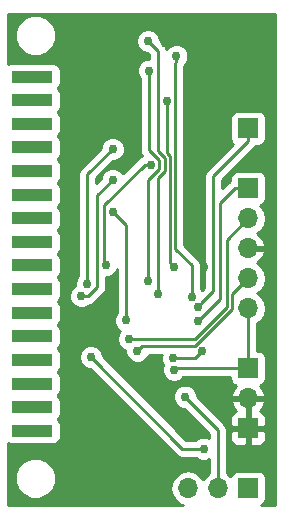
<source format=gbl>
G04 #@! TF.FileFunction,Copper,L2,Bot,Signal*
%FSLAX46Y46*%
G04 Gerber Fmt 4.6, Leading zero omitted, Abs format (unit mm)*
G04 Created by KiCad (PCBNEW 4.0.7-e2-6376~58~ubuntu16.04.1) date Thu Nov  9 21:21:10 2017*
%MOMM*%
%LPD*%
G01*
G04 APERTURE LIST*
%ADD10C,0.100000*%
%ADD11R,1.700000X1.700000*%
%ADD12O,1.700000X1.700000*%
%ADD13R,3.500000X1.000000*%
%ADD14C,0.762000*%
%ADD15C,0.254000*%
G04 APERTURE END LIST*
D10*
D11*
X237010000Y-124200000D03*
D12*
X237010000Y-126740000D03*
D11*
X237010000Y-103880000D03*
X237010000Y-108960000D03*
D12*
X237010000Y-111500000D03*
X237010000Y-114040000D03*
X237010000Y-116580000D03*
X237010000Y-119120000D03*
D11*
X237010000Y-134360000D03*
D12*
X234470000Y-134360000D03*
X231930000Y-134360000D03*
D11*
X237010000Y-129280000D03*
D13*
X218750000Y-99500000D03*
X218750000Y-101500000D03*
X218750000Y-103500000D03*
X218750000Y-105500000D03*
X218750000Y-107500000D03*
X218750000Y-109500000D03*
X218750000Y-111500000D03*
X218750000Y-113500000D03*
X218750000Y-115500000D03*
X218750000Y-117500000D03*
X218750000Y-119500000D03*
X218750000Y-121500000D03*
X218750000Y-123500000D03*
X218750000Y-125500000D03*
X218750000Y-127500000D03*
X218750000Y-129500000D03*
D14*
X230750562Y-124310683D03*
X232600000Y-113450000D03*
X233250000Y-115600000D03*
X230000000Y-96700000D03*
X237400000Y-97900000D03*
X232750000Y-119000004D03*
X232750000Y-120200004D03*
X226950000Y-121716990D03*
X227650000Y-122700000D03*
X225550000Y-110950000D03*
X226700000Y-120150000D03*
X222900000Y-118100000D03*
X225550000Y-108250000D03*
X223417856Y-117067559D03*
X225549998Y-105650000D03*
X224950000Y-115500000D03*
X228800000Y-106950000D03*
X233250000Y-131000000D03*
X223700000Y-123250002D03*
X231650000Y-126600000D03*
X230141990Y-101550000D03*
X230750000Y-115650000D03*
X228550000Y-116850000D03*
X228600000Y-99000000D03*
X229350000Y-117900000D03*
X228550000Y-96500000D03*
X232250000Y-118150000D03*
X230950000Y-97750000D03*
X233150000Y-122750000D03*
X230700000Y-123350000D03*
D15*
X237010000Y-124200000D02*
X230861245Y-124200000D01*
X230861245Y-124200000D02*
X230750562Y-124310683D01*
X237010000Y-124200000D02*
X237010000Y-119120000D01*
X233250000Y-115600000D02*
X233250000Y-114100000D01*
X233250000Y-114100000D02*
X232600000Y-113450000D01*
X237400000Y-97900000D02*
X235121068Y-95621068D01*
X235121068Y-95621068D02*
X231078932Y-95621068D01*
X231078932Y-95621068D02*
X230000000Y-96700000D01*
X233130999Y-118619005D02*
X232750000Y-119000004D01*
X234050000Y-117700004D02*
X233130999Y-118619005D01*
X234050000Y-107944000D02*
X234050000Y-117700004D01*
X237010000Y-104984000D02*
X234050000Y-107944000D01*
X237010000Y-103880000D02*
X237010000Y-104984000D01*
X233130999Y-119819005D02*
X232750000Y-120200004D01*
X234650000Y-118300004D02*
X233130999Y-119819005D01*
X234650000Y-110216000D02*
X234650000Y-118300004D01*
X235906000Y-108960000D02*
X234650000Y-110216000D01*
X237010000Y-108960000D02*
X235906000Y-108960000D01*
X227488815Y-121716990D02*
X226950000Y-121716990D01*
X232493098Y-121716990D02*
X227488815Y-121716990D01*
X237010000Y-111500000D02*
X235204010Y-113305990D01*
X235204010Y-119006078D02*
X232493098Y-121716990D01*
X235204010Y-113305990D02*
X235204010Y-119006078D01*
X236160001Y-117429999D02*
X237010000Y-116580000D01*
X235658021Y-119194135D02*
X235658021Y-117931979D01*
X235658021Y-117931979D02*
X236160001Y-117429999D01*
X232533155Y-122319001D02*
X235658021Y-119194135D01*
X228030999Y-122319001D02*
X232533155Y-122319001D01*
X227650000Y-122700000D02*
X228030999Y-122319001D01*
X226700000Y-112100000D02*
X225930999Y-111330999D01*
X226700000Y-120150000D02*
X226700000Y-112100000D01*
X225930999Y-111330999D02*
X225550000Y-110950000D01*
X223438815Y-118100000D02*
X222900000Y-118100000D01*
X224241998Y-117296817D02*
X223438815Y-118100000D01*
X224241998Y-109558002D02*
X224241998Y-117296817D01*
X225550000Y-108250000D02*
X224241998Y-109558002D01*
X225549998Y-105650000D02*
X223417856Y-107782142D01*
X223417856Y-116528744D02*
X223417856Y-117067559D01*
X223417856Y-107782142D02*
X223417856Y-116528744D01*
X228800000Y-106950000D02*
X228261185Y-106950000D01*
X228261185Y-106950000D02*
X224841999Y-110369186D01*
X224841999Y-110369186D02*
X224841999Y-115391999D01*
X224841999Y-115391999D02*
X224900000Y-115450000D01*
X224900000Y-115450000D02*
X224950000Y-115500000D01*
X231449998Y-131000000D02*
X232711185Y-131000000D01*
X223700000Y-123250002D02*
X231449998Y-131000000D01*
X232711185Y-131000000D02*
X233250000Y-131000000D01*
X234470000Y-133157919D02*
X234470000Y-134360000D01*
X234470000Y-129420000D02*
X234470000Y-133157919D01*
X231650000Y-126600000D02*
X234470000Y-129420000D01*
X230141990Y-102088815D02*
X230141990Y-101550000D01*
X230141990Y-105960012D02*
X230141990Y-102088815D01*
X230416022Y-106234044D02*
X230141990Y-105960012D01*
X230369001Y-115269001D02*
X230369001Y-107712975D01*
X230369001Y-107712975D02*
X230416021Y-107665955D01*
X230416021Y-107665955D02*
X230416022Y-106234044D01*
X230750000Y-115650000D02*
X230369001Y-115269001D01*
X228550000Y-108247842D02*
X228550000Y-116311185D01*
X229508001Y-106610159D02*
X229508001Y-107289841D01*
X228600000Y-105702158D02*
X229508001Y-106610159D01*
X228550000Y-116311185D02*
X228550000Y-116850000D01*
X229508001Y-107289841D02*
X228550000Y-108247842D01*
X228600000Y-99000000D02*
X228600000Y-105702158D01*
X229962012Y-106422102D02*
X229962011Y-107477899D01*
X229350000Y-117361185D02*
X229350000Y-117900000D01*
X229350000Y-105810090D02*
X229962012Y-106422102D01*
X229350000Y-97300000D02*
X229350000Y-105810090D01*
X228550000Y-96500000D02*
X229350000Y-97300000D01*
X229350000Y-108089910D02*
X229350000Y-117361185D01*
X229962011Y-107477899D02*
X229350000Y-108089910D01*
X230870032Y-106045986D02*
X230870031Y-107854011D01*
X232250000Y-115500000D02*
X232250000Y-117611185D01*
X232250000Y-117611185D02*
X232250000Y-118150000D01*
X230850000Y-106025954D02*
X230870032Y-106045986D01*
X230950000Y-97750000D02*
X230950000Y-98288815D01*
X230850000Y-107874042D02*
X230850000Y-114100000D01*
X230950000Y-98288815D02*
X230850000Y-98388815D01*
X230850000Y-114100000D02*
X232250000Y-115500000D01*
X230850000Y-98388815D02*
X230850000Y-106025954D01*
X230870031Y-107854011D02*
X230850000Y-107874042D01*
X230700000Y-123350000D02*
X232550000Y-123350000D01*
X232550000Y-123350000D02*
X233150000Y-122750000D01*
G36*
X239290000Y-135790000D02*
X238131312Y-135790000D01*
X238311441Y-135674090D01*
X238456431Y-135461890D01*
X238507440Y-135210000D01*
X238507440Y-133510000D01*
X238463162Y-133274683D01*
X238324090Y-133058559D01*
X238111890Y-132913569D01*
X237860000Y-132862560D01*
X236160000Y-132862560D01*
X235924683Y-132906838D01*
X235708559Y-133045910D01*
X235563569Y-133258110D01*
X235549914Y-133325541D01*
X235520054Y-133280853D01*
X235232000Y-133088382D01*
X235232000Y-129565750D01*
X235525000Y-129565750D01*
X235525000Y-130256310D01*
X235621673Y-130489699D01*
X235800302Y-130668327D01*
X236033691Y-130765000D01*
X236724250Y-130765000D01*
X236883000Y-130606250D01*
X236883000Y-129407000D01*
X237137000Y-129407000D01*
X237137000Y-130606250D01*
X237295750Y-130765000D01*
X237986309Y-130765000D01*
X238219698Y-130668327D01*
X238398327Y-130489699D01*
X238495000Y-130256310D01*
X238495000Y-129565750D01*
X238336250Y-129407000D01*
X237137000Y-129407000D01*
X236883000Y-129407000D01*
X235683750Y-129407000D01*
X235525000Y-129565750D01*
X235232000Y-129565750D01*
X235232000Y-129420000D01*
X235173996Y-129128395D01*
X235084363Y-128994250D01*
X235008815Y-128881184D01*
X234431321Y-128303690D01*
X235525000Y-128303690D01*
X235525000Y-128994250D01*
X235683750Y-129153000D01*
X236883000Y-129153000D01*
X236883000Y-126867000D01*
X237137000Y-126867000D01*
X237137000Y-129153000D01*
X238336250Y-129153000D01*
X238495000Y-128994250D01*
X238495000Y-128303690D01*
X238398327Y-128070301D01*
X238219698Y-127891673D01*
X238005792Y-127803070D01*
X238205183Y-127621358D01*
X238451486Y-127096892D01*
X238330819Y-126867000D01*
X237137000Y-126867000D01*
X236883000Y-126867000D01*
X235689181Y-126867000D01*
X235568514Y-127096892D01*
X235814817Y-127621358D01*
X236014208Y-127803070D01*
X235800302Y-127891673D01*
X235621673Y-128070301D01*
X235525000Y-128303690D01*
X234431321Y-128303690D01*
X232666054Y-126538424D01*
X232666176Y-126398792D01*
X232511825Y-126025234D01*
X232226269Y-125739179D01*
X231852982Y-125584176D01*
X231448792Y-125583824D01*
X231075234Y-125738175D01*
X230789179Y-126023731D01*
X230634176Y-126397018D01*
X230633824Y-126801208D01*
X230788175Y-127174766D01*
X231073731Y-127460821D01*
X231447018Y-127615824D01*
X231588317Y-127615947D01*
X233708000Y-129735631D01*
X233708000Y-130090069D01*
X233452982Y-129984176D01*
X233048792Y-129983824D01*
X232675234Y-130138175D01*
X232575235Y-130238000D01*
X231765629Y-130238000D01*
X224716054Y-123188426D01*
X224716176Y-123048794D01*
X224561825Y-122675236D01*
X224276269Y-122389181D01*
X223902982Y-122234178D01*
X223498792Y-122233826D01*
X223125234Y-122388177D01*
X222839179Y-122673733D01*
X222684176Y-123047020D01*
X222683824Y-123451210D01*
X222838175Y-123824768D01*
X223123731Y-124110823D01*
X223497018Y-124265826D01*
X223638317Y-124265949D01*
X230911182Y-131538815D01*
X231158393Y-131703996D01*
X231449998Y-131762000D01*
X232575082Y-131762000D01*
X232673731Y-131860821D01*
X233047018Y-132015824D01*
X233451208Y-132016176D01*
X233708000Y-131910072D01*
X233708000Y-133088382D01*
X233419946Y-133280853D01*
X233200000Y-133610026D01*
X232980054Y-133280853D01*
X232498285Y-132958946D01*
X231930000Y-132845907D01*
X231361715Y-132958946D01*
X230879946Y-133280853D01*
X230558039Y-133762622D01*
X230445000Y-134330907D01*
X230445000Y-134389093D01*
X230558039Y-134957378D01*
X230879946Y-135439147D01*
X231361715Y-135761054D01*
X231507236Y-135790000D01*
X216710000Y-135790000D01*
X216710000Y-133843599D01*
X217264699Y-133843599D01*
X217528281Y-134481515D01*
X218015918Y-134970004D01*
X218653373Y-135234699D01*
X219343599Y-135235301D01*
X219981515Y-134971719D01*
X220470004Y-134484082D01*
X220734699Y-133846627D01*
X220735301Y-133156401D01*
X220471719Y-132518485D01*
X219984082Y-132029996D01*
X219346627Y-131765301D01*
X218656401Y-131764699D01*
X218018485Y-132028281D01*
X217529996Y-132515918D01*
X217265301Y-133153373D01*
X217264699Y-133843599D01*
X216710000Y-133843599D01*
X216710000Y-130570392D01*
X216748110Y-130596431D01*
X217000000Y-130647440D01*
X220500000Y-130647440D01*
X220735317Y-130603162D01*
X220951441Y-130464090D01*
X221096431Y-130251890D01*
X221147440Y-130000000D01*
X221147440Y-129000000D01*
X221103162Y-128764683D01*
X220964090Y-128548559D01*
X220894289Y-128500866D01*
X220951441Y-128464090D01*
X221096431Y-128251890D01*
X221147440Y-128000000D01*
X221147440Y-127000000D01*
X221103162Y-126764683D01*
X220964090Y-126548559D01*
X220894289Y-126500866D01*
X220951441Y-126464090D01*
X221096431Y-126251890D01*
X221147440Y-126000000D01*
X221147440Y-125000000D01*
X221103162Y-124764683D01*
X220964090Y-124548559D01*
X220894289Y-124500866D01*
X220951441Y-124464090D01*
X221096431Y-124251890D01*
X221147440Y-124000000D01*
X221147440Y-123000000D01*
X221103162Y-122764683D01*
X220964090Y-122548559D01*
X220894289Y-122500866D01*
X220951441Y-122464090D01*
X221096431Y-122251890D01*
X221147440Y-122000000D01*
X221147440Y-121000000D01*
X221103162Y-120764683D01*
X220964090Y-120548559D01*
X220894289Y-120500866D01*
X220951441Y-120464090D01*
X221096431Y-120251890D01*
X221147440Y-120000000D01*
X221147440Y-119000000D01*
X221103162Y-118764683D01*
X220964090Y-118548559D01*
X220894289Y-118500866D01*
X220951441Y-118464090D01*
X221062733Y-118301208D01*
X221883824Y-118301208D01*
X222038175Y-118674766D01*
X222323731Y-118960821D01*
X222697018Y-119115824D01*
X223101208Y-119116176D01*
X223474766Y-118961825D01*
X223608596Y-118828228D01*
X223730420Y-118803996D01*
X223977630Y-118638815D01*
X224780813Y-117835633D01*
X224945994Y-117588422D01*
X224978547Y-117424766D01*
X225003998Y-117296817D01*
X225003998Y-116516048D01*
X225151208Y-116516176D01*
X225524766Y-116361825D01*
X225810821Y-116076269D01*
X225938000Y-115769989D01*
X225938000Y-119475082D01*
X225839179Y-119573731D01*
X225684176Y-119947018D01*
X225683824Y-120351208D01*
X225838175Y-120724766D01*
X226123731Y-121010821D01*
X226191229Y-121038849D01*
X226089179Y-121140721D01*
X225934176Y-121514008D01*
X225933824Y-121918198D01*
X226088175Y-122291756D01*
X226373731Y-122577811D01*
X226634012Y-122685889D01*
X226633824Y-122901208D01*
X226788175Y-123274766D01*
X227073731Y-123560821D01*
X227447018Y-123715824D01*
X227851208Y-123716176D01*
X228224766Y-123561825D01*
X228510821Y-123276269D01*
X228591904Y-123081001D01*
X229711589Y-123081001D01*
X229684176Y-123147018D01*
X229683824Y-123551208D01*
X229824471Y-123891600D01*
X229734738Y-124107701D01*
X229734386Y-124511891D01*
X229888737Y-124885449D01*
X230174293Y-125171504D01*
X230547580Y-125326507D01*
X230951770Y-125326859D01*
X231325328Y-125172508D01*
X231536204Y-124962000D01*
X235512560Y-124962000D01*
X235512560Y-125050000D01*
X235556838Y-125285317D01*
X235695910Y-125501441D01*
X235908110Y-125646431D01*
X236022301Y-125669555D01*
X235814817Y-125858642D01*
X235568514Y-126383108D01*
X235689181Y-126613000D01*
X236883000Y-126613000D01*
X236883000Y-126593000D01*
X237137000Y-126593000D01*
X237137000Y-126613000D01*
X238330819Y-126613000D01*
X238451486Y-126383108D01*
X238205183Y-125858642D01*
X237999496Y-125671192D01*
X238095317Y-125653162D01*
X238311441Y-125514090D01*
X238456431Y-125301890D01*
X238507440Y-125050000D01*
X238507440Y-123350000D01*
X238463162Y-123114683D01*
X238324090Y-122898559D01*
X238111890Y-122753569D01*
X237860000Y-122702560D01*
X237772000Y-122702560D01*
X237772000Y-120381964D01*
X238089147Y-120170054D01*
X238411054Y-119688285D01*
X238524093Y-119120000D01*
X238411054Y-118551715D01*
X238089147Y-118069946D01*
X237759974Y-117850000D01*
X238089147Y-117630054D01*
X238411054Y-117148285D01*
X238524093Y-116580000D01*
X238411054Y-116011715D01*
X238089147Y-115529946D01*
X237748447Y-115302298D01*
X237891358Y-115235183D01*
X238281645Y-114806924D01*
X238451476Y-114396890D01*
X238330155Y-114167000D01*
X237137000Y-114167000D01*
X237137000Y-114187000D01*
X236883000Y-114187000D01*
X236883000Y-114167000D01*
X236863000Y-114167000D01*
X236863000Y-113913000D01*
X236883000Y-113913000D01*
X236883000Y-113893000D01*
X237137000Y-113893000D01*
X237137000Y-113913000D01*
X238330155Y-113913000D01*
X238451476Y-113683110D01*
X238281645Y-113273076D01*
X237891358Y-112844817D01*
X237748447Y-112777702D01*
X238089147Y-112550054D01*
X238411054Y-112068285D01*
X238524093Y-111500000D01*
X238411054Y-110931715D01*
X238089147Y-110449946D01*
X238047548Y-110422150D01*
X238095317Y-110413162D01*
X238311441Y-110274090D01*
X238456431Y-110061890D01*
X238507440Y-109810000D01*
X238507440Y-108110000D01*
X238463162Y-107874683D01*
X238324090Y-107658559D01*
X238111890Y-107513569D01*
X237860000Y-107462560D01*
X236160000Y-107462560D01*
X235924683Y-107506838D01*
X235708559Y-107645910D01*
X235563569Y-107858110D01*
X235512560Y-108110000D01*
X235512560Y-108324048D01*
X235367184Y-108421185D01*
X234812000Y-108976369D01*
X234812000Y-108259630D01*
X237548815Y-105522815D01*
X237645952Y-105377440D01*
X237860000Y-105377440D01*
X238095317Y-105333162D01*
X238311441Y-105194090D01*
X238456431Y-104981890D01*
X238507440Y-104730000D01*
X238507440Y-103030000D01*
X238463162Y-102794683D01*
X238324090Y-102578559D01*
X238111890Y-102433569D01*
X237860000Y-102382560D01*
X236160000Y-102382560D01*
X235924683Y-102426838D01*
X235708559Y-102565910D01*
X235563569Y-102778110D01*
X235512560Y-103030000D01*
X235512560Y-104730000D01*
X235556838Y-104965317D01*
X235695910Y-105181441D01*
X235719090Y-105197280D01*
X233511185Y-107405185D01*
X233346004Y-107652395D01*
X233288000Y-107944000D01*
X233288000Y-117384373D01*
X233104489Y-117567885D01*
X233012000Y-117475235D01*
X233012000Y-115500000D01*
X232953996Y-115208395D01*
X232788815Y-114961185D01*
X231612000Y-113784370D01*
X231612000Y-107954713D01*
X231632031Y-107854011D01*
X231632032Y-106045986D01*
X231614931Y-105960012D01*
X231612000Y-105945277D01*
X231612000Y-98643271D01*
X231653996Y-98580420D01*
X231678220Y-98458639D01*
X231810821Y-98326269D01*
X231965824Y-97952982D01*
X231966176Y-97548792D01*
X231811825Y-97175234D01*
X231526269Y-96889179D01*
X231152982Y-96734176D01*
X230748792Y-96733824D01*
X230375234Y-96888175D01*
X230089179Y-97173731D01*
X230087627Y-97177469D01*
X230053996Y-97008395D01*
X229888815Y-96761185D01*
X229566054Y-96438424D01*
X229566176Y-96298792D01*
X229411825Y-95925234D01*
X229126269Y-95639179D01*
X228752982Y-95484176D01*
X228348792Y-95483824D01*
X227975234Y-95638175D01*
X227689179Y-95923731D01*
X227534176Y-96297018D01*
X227533824Y-96701208D01*
X227688175Y-97074766D01*
X227973731Y-97360821D01*
X228347018Y-97515824D01*
X228488317Y-97515947D01*
X228588000Y-97615630D01*
X228588000Y-97983989D01*
X228398792Y-97983824D01*
X228025234Y-98138175D01*
X227739179Y-98423731D01*
X227584176Y-98797018D01*
X227583824Y-99201208D01*
X227738175Y-99574766D01*
X227838000Y-99674765D01*
X227838000Y-105702158D01*
X227896004Y-105993763D01*
X228025790Y-106188001D01*
X228053405Y-106229330D01*
X227969580Y-106246004D01*
X227722369Y-106411185D01*
X226425419Y-107708135D01*
X226411825Y-107675234D01*
X226126269Y-107389179D01*
X225752982Y-107234176D01*
X225348792Y-107233824D01*
X224975234Y-107388175D01*
X224689179Y-107673731D01*
X224534176Y-108047018D01*
X224534053Y-108188317D01*
X224179856Y-108542514D01*
X224179856Y-108097772D01*
X225611574Y-106666054D01*
X225751206Y-106666176D01*
X226124764Y-106511825D01*
X226410819Y-106226269D01*
X226565822Y-105852982D01*
X226566174Y-105448792D01*
X226411823Y-105075234D01*
X226126267Y-104789179D01*
X225752980Y-104634176D01*
X225348790Y-104633824D01*
X224975232Y-104788175D01*
X224689177Y-105073731D01*
X224534174Y-105447018D01*
X224534051Y-105588317D01*
X222879041Y-107243327D01*
X222713860Y-107490537D01*
X222655856Y-107782142D01*
X222655856Y-116392641D01*
X222557035Y-116491290D01*
X222402032Y-116864577D01*
X222401734Y-117206566D01*
X222325234Y-117238175D01*
X222039179Y-117523731D01*
X221884176Y-117897018D01*
X221883824Y-118301208D01*
X221062733Y-118301208D01*
X221096431Y-118251890D01*
X221147440Y-118000000D01*
X221147440Y-117000000D01*
X221103162Y-116764683D01*
X220964090Y-116548559D01*
X220894289Y-116500866D01*
X220951441Y-116464090D01*
X221096431Y-116251890D01*
X221147440Y-116000000D01*
X221147440Y-115000000D01*
X221103162Y-114764683D01*
X220964090Y-114548559D01*
X220894289Y-114500866D01*
X220951441Y-114464090D01*
X221096431Y-114251890D01*
X221147440Y-114000000D01*
X221147440Y-113000000D01*
X221103162Y-112764683D01*
X220964090Y-112548559D01*
X220894289Y-112500866D01*
X220951441Y-112464090D01*
X221096431Y-112251890D01*
X221147440Y-112000000D01*
X221147440Y-111000000D01*
X221103162Y-110764683D01*
X220964090Y-110548559D01*
X220894289Y-110500866D01*
X220951441Y-110464090D01*
X221096431Y-110251890D01*
X221147440Y-110000000D01*
X221147440Y-109000000D01*
X221103162Y-108764683D01*
X220964090Y-108548559D01*
X220894289Y-108500866D01*
X220951441Y-108464090D01*
X221096431Y-108251890D01*
X221147440Y-108000000D01*
X221147440Y-107000000D01*
X221103162Y-106764683D01*
X220964090Y-106548559D01*
X220894289Y-106500866D01*
X220951441Y-106464090D01*
X221096431Y-106251890D01*
X221147440Y-106000000D01*
X221147440Y-105000000D01*
X221103162Y-104764683D01*
X220964090Y-104548559D01*
X220894289Y-104500866D01*
X220951441Y-104464090D01*
X221096431Y-104251890D01*
X221147440Y-104000000D01*
X221147440Y-103000000D01*
X221103162Y-102764683D01*
X220964090Y-102548559D01*
X220894289Y-102500866D01*
X220951441Y-102464090D01*
X221096431Y-102251890D01*
X221147440Y-102000000D01*
X221147440Y-101000000D01*
X221103162Y-100764683D01*
X220964090Y-100548559D01*
X220894289Y-100500866D01*
X220951441Y-100464090D01*
X221096431Y-100251890D01*
X221147440Y-100000000D01*
X221147440Y-99000000D01*
X221103162Y-98764683D01*
X220964090Y-98548559D01*
X220751890Y-98403569D01*
X220500000Y-98352560D01*
X217000000Y-98352560D01*
X216764683Y-98396838D01*
X216710000Y-98432026D01*
X216710000Y-96343599D01*
X217264699Y-96343599D01*
X217528281Y-96981515D01*
X218015918Y-97470004D01*
X218653373Y-97734699D01*
X219343599Y-97735301D01*
X219981515Y-97471719D01*
X220470004Y-96984082D01*
X220734699Y-96346627D01*
X220735301Y-95656401D01*
X220471719Y-95018485D01*
X219984082Y-94529996D01*
X219346627Y-94265301D01*
X218656401Y-94264699D01*
X218018485Y-94528281D01*
X217529996Y-95015918D01*
X217265301Y-95653373D01*
X217264699Y-96343599D01*
X216710000Y-96343599D01*
X216710000Y-94210000D01*
X239290000Y-94210000D01*
X239290000Y-135790000D01*
X239290000Y-135790000D01*
G37*
X239290000Y-135790000D02*
X238131312Y-135790000D01*
X238311441Y-135674090D01*
X238456431Y-135461890D01*
X238507440Y-135210000D01*
X238507440Y-133510000D01*
X238463162Y-133274683D01*
X238324090Y-133058559D01*
X238111890Y-132913569D01*
X237860000Y-132862560D01*
X236160000Y-132862560D01*
X235924683Y-132906838D01*
X235708559Y-133045910D01*
X235563569Y-133258110D01*
X235549914Y-133325541D01*
X235520054Y-133280853D01*
X235232000Y-133088382D01*
X235232000Y-129565750D01*
X235525000Y-129565750D01*
X235525000Y-130256310D01*
X235621673Y-130489699D01*
X235800302Y-130668327D01*
X236033691Y-130765000D01*
X236724250Y-130765000D01*
X236883000Y-130606250D01*
X236883000Y-129407000D01*
X237137000Y-129407000D01*
X237137000Y-130606250D01*
X237295750Y-130765000D01*
X237986309Y-130765000D01*
X238219698Y-130668327D01*
X238398327Y-130489699D01*
X238495000Y-130256310D01*
X238495000Y-129565750D01*
X238336250Y-129407000D01*
X237137000Y-129407000D01*
X236883000Y-129407000D01*
X235683750Y-129407000D01*
X235525000Y-129565750D01*
X235232000Y-129565750D01*
X235232000Y-129420000D01*
X235173996Y-129128395D01*
X235084363Y-128994250D01*
X235008815Y-128881184D01*
X234431321Y-128303690D01*
X235525000Y-128303690D01*
X235525000Y-128994250D01*
X235683750Y-129153000D01*
X236883000Y-129153000D01*
X236883000Y-126867000D01*
X237137000Y-126867000D01*
X237137000Y-129153000D01*
X238336250Y-129153000D01*
X238495000Y-128994250D01*
X238495000Y-128303690D01*
X238398327Y-128070301D01*
X238219698Y-127891673D01*
X238005792Y-127803070D01*
X238205183Y-127621358D01*
X238451486Y-127096892D01*
X238330819Y-126867000D01*
X237137000Y-126867000D01*
X236883000Y-126867000D01*
X235689181Y-126867000D01*
X235568514Y-127096892D01*
X235814817Y-127621358D01*
X236014208Y-127803070D01*
X235800302Y-127891673D01*
X235621673Y-128070301D01*
X235525000Y-128303690D01*
X234431321Y-128303690D01*
X232666054Y-126538424D01*
X232666176Y-126398792D01*
X232511825Y-126025234D01*
X232226269Y-125739179D01*
X231852982Y-125584176D01*
X231448792Y-125583824D01*
X231075234Y-125738175D01*
X230789179Y-126023731D01*
X230634176Y-126397018D01*
X230633824Y-126801208D01*
X230788175Y-127174766D01*
X231073731Y-127460821D01*
X231447018Y-127615824D01*
X231588317Y-127615947D01*
X233708000Y-129735631D01*
X233708000Y-130090069D01*
X233452982Y-129984176D01*
X233048792Y-129983824D01*
X232675234Y-130138175D01*
X232575235Y-130238000D01*
X231765629Y-130238000D01*
X224716054Y-123188426D01*
X224716176Y-123048794D01*
X224561825Y-122675236D01*
X224276269Y-122389181D01*
X223902982Y-122234178D01*
X223498792Y-122233826D01*
X223125234Y-122388177D01*
X222839179Y-122673733D01*
X222684176Y-123047020D01*
X222683824Y-123451210D01*
X222838175Y-123824768D01*
X223123731Y-124110823D01*
X223497018Y-124265826D01*
X223638317Y-124265949D01*
X230911182Y-131538815D01*
X231158393Y-131703996D01*
X231449998Y-131762000D01*
X232575082Y-131762000D01*
X232673731Y-131860821D01*
X233047018Y-132015824D01*
X233451208Y-132016176D01*
X233708000Y-131910072D01*
X233708000Y-133088382D01*
X233419946Y-133280853D01*
X233200000Y-133610026D01*
X232980054Y-133280853D01*
X232498285Y-132958946D01*
X231930000Y-132845907D01*
X231361715Y-132958946D01*
X230879946Y-133280853D01*
X230558039Y-133762622D01*
X230445000Y-134330907D01*
X230445000Y-134389093D01*
X230558039Y-134957378D01*
X230879946Y-135439147D01*
X231361715Y-135761054D01*
X231507236Y-135790000D01*
X216710000Y-135790000D01*
X216710000Y-133843599D01*
X217264699Y-133843599D01*
X217528281Y-134481515D01*
X218015918Y-134970004D01*
X218653373Y-135234699D01*
X219343599Y-135235301D01*
X219981515Y-134971719D01*
X220470004Y-134484082D01*
X220734699Y-133846627D01*
X220735301Y-133156401D01*
X220471719Y-132518485D01*
X219984082Y-132029996D01*
X219346627Y-131765301D01*
X218656401Y-131764699D01*
X218018485Y-132028281D01*
X217529996Y-132515918D01*
X217265301Y-133153373D01*
X217264699Y-133843599D01*
X216710000Y-133843599D01*
X216710000Y-130570392D01*
X216748110Y-130596431D01*
X217000000Y-130647440D01*
X220500000Y-130647440D01*
X220735317Y-130603162D01*
X220951441Y-130464090D01*
X221096431Y-130251890D01*
X221147440Y-130000000D01*
X221147440Y-129000000D01*
X221103162Y-128764683D01*
X220964090Y-128548559D01*
X220894289Y-128500866D01*
X220951441Y-128464090D01*
X221096431Y-128251890D01*
X221147440Y-128000000D01*
X221147440Y-127000000D01*
X221103162Y-126764683D01*
X220964090Y-126548559D01*
X220894289Y-126500866D01*
X220951441Y-126464090D01*
X221096431Y-126251890D01*
X221147440Y-126000000D01*
X221147440Y-125000000D01*
X221103162Y-124764683D01*
X220964090Y-124548559D01*
X220894289Y-124500866D01*
X220951441Y-124464090D01*
X221096431Y-124251890D01*
X221147440Y-124000000D01*
X221147440Y-123000000D01*
X221103162Y-122764683D01*
X220964090Y-122548559D01*
X220894289Y-122500866D01*
X220951441Y-122464090D01*
X221096431Y-122251890D01*
X221147440Y-122000000D01*
X221147440Y-121000000D01*
X221103162Y-120764683D01*
X220964090Y-120548559D01*
X220894289Y-120500866D01*
X220951441Y-120464090D01*
X221096431Y-120251890D01*
X221147440Y-120000000D01*
X221147440Y-119000000D01*
X221103162Y-118764683D01*
X220964090Y-118548559D01*
X220894289Y-118500866D01*
X220951441Y-118464090D01*
X221062733Y-118301208D01*
X221883824Y-118301208D01*
X222038175Y-118674766D01*
X222323731Y-118960821D01*
X222697018Y-119115824D01*
X223101208Y-119116176D01*
X223474766Y-118961825D01*
X223608596Y-118828228D01*
X223730420Y-118803996D01*
X223977630Y-118638815D01*
X224780813Y-117835633D01*
X224945994Y-117588422D01*
X224978547Y-117424766D01*
X225003998Y-117296817D01*
X225003998Y-116516048D01*
X225151208Y-116516176D01*
X225524766Y-116361825D01*
X225810821Y-116076269D01*
X225938000Y-115769989D01*
X225938000Y-119475082D01*
X225839179Y-119573731D01*
X225684176Y-119947018D01*
X225683824Y-120351208D01*
X225838175Y-120724766D01*
X226123731Y-121010821D01*
X226191229Y-121038849D01*
X226089179Y-121140721D01*
X225934176Y-121514008D01*
X225933824Y-121918198D01*
X226088175Y-122291756D01*
X226373731Y-122577811D01*
X226634012Y-122685889D01*
X226633824Y-122901208D01*
X226788175Y-123274766D01*
X227073731Y-123560821D01*
X227447018Y-123715824D01*
X227851208Y-123716176D01*
X228224766Y-123561825D01*
X228510821Y-123276269D01*
X228591904Y-123081001D01*
X229711589Y-123081001D01*
X229684176Y-123147018D01*
X229683824Y-123551208D01*
X229824471Y-123891600D01*
X229734738Y-124107701D01*
X229734386Y-124511891D01*
X229888737Y-124885449D01*
X230174293Y-125171504D01*
X230547580Y-125326507D01*
X230951770Y-125326859D01*
X231325328Y-125172508D01*
X231536204Y-124962000D01*
X235512560Y-124962000D01*
X235512560Y-125050000D01*
X235556838Y-125285317D01*
X235695910Y-125501441D01*
X235908110Y-125646431D01*
X236022301Y-125669555D01*
X235814817Y-125858642D01*
X235568514Y-126383108D01*
X235689181Y-126613000D01*
X236883000Y-126613000D01*
X236883000Y-126593000D01*
X237137000Y-126593000D01*
X237137000Y-126613000D01*
X238330819Y-126613000D01*
X238451486Y-126383108D01*
X238205183Y-125858642D01*
X237999496Y-125671192D01*
X238095317Y-125653162D01*
X238311441Y-125514090D01*
X238456431Y-125301890D01*
X238507440Y-125050000D01*
X238507440Y-123350000D01*
X238463162Y-123114683D01*
X238324090Y-122898559D01*
X238111890Y-122753569D01*
X237860000Y-122702560D01*
X237772000Y-122702560D01*
X237772000Y-120381964D01*
X238089147Y-120170054D01*
X238411054Y-119688285D01*
X238524093Y-119120000D01*
X238411054Y-118551715D01*
X238089147Y-118069946D01*
X237759974Y-117850000D01*
X238089147Y-117630054D01*
X238411054Y-117148285D01*
X238524093Y-116580000D01*
X238411054Y-116011715D01*
X238089147Y-115529946D01*
X237748447Y-115302298D01*
X237891358Y-115235183D01*
X238281645Y-114806924D01*
X238451476Y-114396890D01*
X238330155Y-114167000D01*
X237137000Y-114167000D01*
X237137000Y-114187000D01*
X236883000Y-114187000D01*
X236883000Y-114167000D01*
X236863000Y-114167000D01*
X236863000Y-113913000D01*
X236883000Y-113913000D01*
X236883000Y-113893000D01*
X237137000Y-113893000D01*
X237137000Y-113913000D01*
X238330155Y-113913000D01*
X238451476Y-113683110D01*
X238281645Y-113273076D01*
X237891358Y-112844817D01*
X237748447Y-112777702D01*
X238089147Y-112550054D01*
X238411054Y-112068285D01*
X238524093Y-111500000D01*
X238411054Y-110931715D01*
X238089147Y-110449946D01*
X238047548Y-110422150D01*
X238095317Y-110413162D01*
X238311441Y-110274090D01*
X238456431Y-110061890D01*
X238507440Y-109810000D01*
X238507440Y-108110000D01*
X238463162Y-107874683D01*
X238324090Y-107658559D01*
X238111890Y-107513569D01*
X237860000Y-107462560D01*
X236160000Y-107462560D01*
X235924683Y-107506838D01*
X235708559Y-107645910D01*
X235563569Y-107858110D01*
X235512560Y-108110000D01*
X235512560Y-108324048D01*
X235367184Y-108421185D01*
X234812000Y-108976369D01*
X234812000Y-108259630D01*
X237548815Y-105522815D01*
X237645952Y-105377440D01*
X237860000Y-105377440D01*
X238095317Y-105333162D01*
X238311441Y-105194090D01*
X238456431Y-104981890D01*
X238507440Y-104730000D01*
X238507440Y-103030000D01*
X238463162Y-102794683D01*
X238324090Y-102578559D01*
X238111890Y-102433569D01*
X237860000Y-102382560D01*
X236160000Y-102382560D01*
X235924683Y-102426838D01*
X235708559Y-102565910D01*
X235563569Y-102778110D01*
X235512560Y-103030000D01*
X235512560Y-104730000D01*
X235556838Y-104965317D01*
X235695910Y-105181441D01*
X235719090Y-105197280D01*
X233511185Y-107405185D01*
X233346004Y-107652395D01*
X233288000Y-107944000D01*
X233288000Y-117384373D01*
X233104489Y-117567885D01*
X233012000Y-117475235D01*
X233012000Y-115500000D01*
X232953996Y-115208395D01*
X232788815Y-114961185D01*
X231612000Y-113784370D01*
X231612000Y-107954713D01*
X231632031Y-107854011D01*
X231632032Y-106045986D01*
X231614931Y-105960012D01*
X231612000Y-105945277D01*
X231612000Y-98643271D01*
X231653996Y-98580420D01*
X231678220Y-98458639D01*
X231810821Y-98326269D01*
X231965824Y-97952982D01*
X231966176Y-97548792D01*
X231811825Y-97175234D01*
X231526269Y-96889179D01*
X231152982Y-96734176D01*
X230748792Y-96733824D01*
X230375234Y-96888175D01*
X230089179Y-97173731D01*
X230087627Y-97177469D01*
X230053996Y-97008395D01*
X229888815Y-96761185D01*
X229566054Y-96438424D01*
X229566176Y-96298792D01*
X229411825Y-95925234D01*
X229126269Y-95639179D01*
X228752982Y-95484176D01*
X228348792Y-95483824D01*
X227975234Y-95638175D01*
X227689179Y-95923731D01*
X227534176Y-96297018D01*
X227533824Y-96701208D01*
X227688175Y-97074766D01*
X227973731Y-97360821D01*
X228347018Y-97515824D01*
X228488317Y-97515947D01*
X228588000Y-97615630D01*
X228588000Y-97983989D01*
X228398792Y-97983824D01*
X228025234Y-98138175D01*
X227739179Y-98423731D01*
X227584176Y-98797018D01*
X227583824Y-99201208D01*
X227738175Y-99574766D01*
X227838000Y-99674765D01*
X227838000Y-105702158D01*
X227896004Y-105993763D01*
X228025790Y-106188001D01*
X228053405Y-106229330D01*
X227969580Y-106246004D01*
X227722369Y-106411185D01*
X226425419Y-107708135D01*
X226411825Y-107675234D01*
X226126269Y-107389179D01*
X225752982Y-107234176D01*
X225348792Y-107233824D01*
X224975234Y-107388175D01*
X224689179Y-107673731D01*
X224534176Y-108047018D01*
X224534053Y-108188317D01*
X224179856Y-108542514D01*
X224179856Y-108097772D01*
X225611574Y-106666054D01*
X225751206Y-106666176D01*
X226124764Y-106511825D01*
X226410819Y-106226269D01*
X226565822Y-105852982D01*
X226566174Y-105448792D01*
X226411823Y-105075234D01*
X226126267Y-104789179D01*
X225752980Y-104634176D01*
X225348790Y-104633824D01*
X224975232Y-104788175D01*
X224689177Y-105073731D01*
X224534174Y-105447018D01*
X224534051Y-105588317D01*
X222879041Y-107243327D01*
X222713860Y-107490537D01*
X222655856Y-107782142D01*
X222655856Y-116392641D01*
X222557035Y-116491290D01*
X222402032Y-116864577D01*
X222401734Y-117206566D01*
X222325234Y-117238175D01*
X222039179Y-117523731D01*
X221884176Y-117897018D01*
X221883824Y-118301208D01*
X221062733Y-118301208D01*
X221096431Y-118251890D01*
X221147440Y-118000000D01*
X221147440Y-117000000D01*
X221103162Y-116764683D01*
X220964090Y-116548559D01*
X220894289Y-116500866D01*
X220951441Y-116464090D01*
X221096431Y-116251890D01*
X221147440Y-116000000D01*
X221147440Y-115000000D01*
X221103162Y-114764683D01*
X220964090Y-114548559D01*
X220894289Y-114500866D01*
X220951441Y-114464090D01*
X221096431Y-114251890D01*
X221147440Y-114000000D01*
X221147440Y-113000000D01*
X221103162Y-112764683D01*
X220964090Y-112548559D01*
X220894289Y-112500866D01*
X220951441Y-112464090D01*
X221096431Y-112251890D01*
X221147440Y-112000000D01*
X221147440Y-111000000D01*
X221103162Y-110764683D01*
X220964090Y-110548559D01*
X220894289Y-110500866D01*
X220951441Y-110464090D01*
X221096431Y-110251890D01*
X221147440Y-110000000D01*
X221147440Y-109000000D01*
X221103162Y-108764683D01*
X220964090Y-108548559D01*
X220894289Y-108500866D01*
X220951441Y-108464090D01*
X221096431Y-108251890D01*
X221147440Y-108000000D01*
X221147440Y-107000000D01*
X221103162Y-106764683D01*
X220964090Y-106548559D01*
X220894289Y-106500866D01*
X220951441Y-106464090D01*
X221096431Y-106251890D01*
X221147440Y-106000000D01*
X221147440Y-105000000D01*
X221103162Y-104764683D01*
X220964090Y-104548559D01*
X220894289Y-104500866D01*
X220951441Y-104464090D01*
X221096431Y-104251890D01*
X221147440Y-104000000D01*
X221147440Y-103000000D01*
X221103162Y-102764683D01*
X220964090Y-102548559D01*
X220894289Y-102500866D01*
X220951441Y-102464090D01*
X221096431Y-102251890D01*
X221147440Y-102000000D01*
X221147440Y-101000000D01*
X221103162Y-100764683D01*
X220964090Y-100548559D01*
X220894289Y-100500866D01*
X220951441Y-100464090D01*
X221096431Y-100251890D01*
X221147440Y-100000000D01*
X221147440Y-99000000D01*
X221103162Y-98764683D01*
X220964090Y-98548559D01*
X220751890Y-98403569D01*
X220500000Y-98352560D01*
X217000000Y-98352560D01*
X216764683Y-98396838D01*
X216710000Y-98432026D01*
X216710000Y-96343599D01*
X217264699Y-96343599D01*
X217528281Y-96981515D01*
X218015918Y-97470004D01*
X218653373Y-97734699D01*
X219343599Y-97735301D01*
X219981515Y-97471719D01*
X220470004Y-96984082D01*
X220734699Y-96346627D01*
X220735301Y-95656401D01*
X220471719Y-95018485D01*
X219984082Y-94529996D01*
X219346627Y-94265301D01*
X218656401Y-94264699D01*
X218018485Y-94528281D01*
X217529996Y-95015918D01*
X217265301Y-95653373D01*
X217264699Y-96343599D01*
X216710000Y-96343599D01*
X216710000Y-94210000D01*
X239290000Y-94210000D01*
X239290000Y-135790000D01*
M02*

</source>
